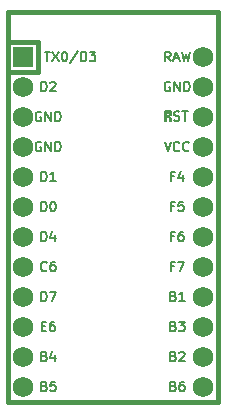
<source format=gbr>
%TF.GenerationSoftware,KiCad,Pcbnew,(6.0.6)*%
%TF.CreationDate,2022-07-16T11:18:18+07:00*%
%TF.ProjectId,pocket,706f636b-6574-42e6-9b69-6361645f7063,rev?*%
%TF.SameCoordinates,Original*%
%TF.FileFunction,Legend,Top*%
%TF.FilePolarity,Positive*%
%FSLAX46Y46*%
G04 Gerber Fmt 4.6, Leading zero omitted, Abs format (unit mm)*
G04 Created by KiCad (PCBNEW (6.0.6)) date 2022-07-16 11:18:18*
%MOMM*%
%LPD*%
G01*
G04 APERTURE LIST*
%ADD10C,0.150000*%
%ADD11C,0.381000*%
%ADD12R,1.752600X1.752600*%
%ADD13C,1.752600*%
G04 APERTURE END LIST*
D10*
%TO.C,U1*%
X77368440Y-84003357D02*
X77482726Y-84041452D01*
X77520821Y-84079547D01*
X77558916Y-84155738D01*
X77558916Y-84270023D01*
X77520821Y-84346214D01*
X77482726Y-84384309D01*
X77406535Y-84422404D01*
X77101773Y-84422404D01*
X77101773Y-83622404D01*
X77368440Y-83622404D01*
X77444630Y-83660500D01*
X77482726Y-83698595D01*
X77520821Y-83774785D01*
X77520821Y-83850976D01*
X77482726Y-83927166D01*
X77444630Y-83965261D01*
X77368440Y-84003357D01*
X77101773Y-84003357D01*
X77863678Y-83698595D02*
X77901773Y-83660500D01*
X77977964Y-83622404D01*
X78168440Y-83622404D01*
X78244630Y-83660500D01*
X78282726Y-83698595D01*
X78320821Y-83774785D01*
X78320821Y-83850976D01*
X78282726Y-83965261D01*
X77825583Y-84422404D01*
X78320821Y-84422404D01*
X77425583Y-76383357D02*
X77158916Y-76383357D01*
X77158916Y-76802404D02*
X77158916Y-76002404D01*
X77539869Y-76002404D01*
X77768440Y-76002404D02*
X78301773Y-76002404D01*
X77958916Y-76802404D01*
X77425583Y-73843357D02*
X77158916Y-73843357D01*
X77158916Y-74262404D02*
X77158916Y-73462404D01*
X77539869Y-73462404D01*
X78187488Y-73462404D02*
X78035107Y-73462404D01*
X77958916Y-73500500D01*
X77920821Y-73538595D01*
X77844630Y-73652880D01*
X77806535Y-73805261D01*
X77806535Y-74110023D01*
X77844630Y-74186214D01*
X77882726Y-74224309D01*
X77958916Y-74262404D01*
X78111297Y-74262404D01*
X78187488Y-74224309D01*
X78225583Y-74186214D01*
X78263678Y-74110023D01*
X78263678Y-73919547D01*
X78225583Y-73843357D01*
X78187488Y-73805261D01*
X78111297Y-73767166D01*
X77958916Y-73767166D01*
X77882726Y-73805261D01*
X77844630Y-73843357D01*
X77806535Y-73919547D01*
X77425583Y-71303357D02*
X77158916Y-71303357D01*
X77158916Y-71722404D02*
X77158916Y-70922404D01*
X77539869Y-70922404D01*
X78225583Y-70922404D02*
X77844630Y-70922404D01*
X77806535Y-71303357D01*
X77844630Y-71265261D01*
X77920821Y-71227166D01*
X78111297Y-71227166D01*
X78187488Y-71265261D01*
X78225583Y-71303357D01*
X78263678Y-71379547D01*
X78263678Y-71570023D01*
X78225583Y-71646214D01*
X78187488Y-71684309D01*
X78111297Y-71722404D01*
X77920821Y-71722404D01*
X77844630Y-71684309D01*
X77806535Y-71646214D01*
X77139869Y-59022404D02*
X76873202Y-58641452D01*
X76682726Y-59022404D02*
X76682726Y-58222404D01*
X76987488Y-58222404D01*
X77063678Y-58260500D01*
X77101773Y-58298595D01*
X77139869Y-58374785D01*
X77139869Y-58489071D01*
X77101773Y-58565261D01*
X77063678Y-58603357D01*
X76987488Y-58641452D01*
X76682726Y-58641452D01*
X77444630Y-58793833D02*
X77825583Y-58793833D01*
X77368440Y-59022404D02*
X77635107Y-58222404D01*
X77901773Y-59022404D01*
X78092250Y-58222404D02*
X78282726Y-59022404D01*
X78435107Y-58450976D01*
X78587488Y-59022404D01*
X78777964Y-58222404D01*
X77082726Y-60800500D02*
X77006535Y-60762404D01*
X76892250Y-60762404D01*
X76777964Y-60800500D01*
X76701773Y-60876690D01*
X76663678Y-60952880D01*
X76625583Y-61105261D01*
X76625583Y-61219547D01*
X76663678Y-61371928D01*
X76701773Y-61448119D01*
X76777964Y-61524309D01*
X76892250Y-61562404D01*
X76968440Y-61562404D01*
X77082726Y-61524309D01*
X77120821Y-61486214D01*
X77120821Y-61219547D01*
X76968440Y-61219547D01*
X77463678Y-61562404D02*
X77463678Y-60762404D01*
X77920821Y-61562404D01*
X77920821Y-60762404D01*
X78301773Y-61562404D02*
X78301773Y-60762404D01*
X78492250Y-60762404D01*
X78606535Y-60800500D01*
X78682726Y-60876690D01*
X78720821Y-60952880D01*
X78758916Y-61105261D01*
X78758916Y-61219547D01*
X78720821Y-61371928D01*
X78682726Y-61448119D01*
X78606535Y-61524309D01*
X78492250Y-61562404D01*
X78301773Y-61562404D01*
X77431036Y-64034309D02*
X77545322Y-64072404D01*
X77735798Y-64072404D01*
X77811989Y-64034309D01*
X77850084Y-63996214D01*
X77888179Y-63920023D01*
X77888179Y-63843833D01*
X77850084Y-63767642D01*
X77811989Y-63729547D01*
X77735798Y-63691452D01*
X77583417Y-63653357D01*
X77507227Y-63615261D01*
X77469131Y-63577166D01*
X77431036Y-63500976D01*
X77431036Y-63424785D01*
X77469131Y-63348595D01*
X77507227Y-63310500D01*
X77583417Y-63272404D01*
X77773893Y-63272404D01*
X77888179Y-63310500D01*
X78116750Y-63272404D02*
X78573893Y-63272404D01*
X78345322Y-64072404D02*
X78345322Y-63272404D01*
X76625583Y-65842404D02*
X76892250Y-66642404D01*
X77158916Y-65842404D01*
X77882726Y-66566214D02*
X77844630Y-66604309D01*
X77730345Y-66642404D01*
X77654154Y-66642404D01*
X77539869Y-66604309D01*
X77463678Y-66528119D01*
X77425583Y-66451928D01*
X77387488Y-66299547D01*
X77387488Y-66185261D01*
X77425583Y-66032880D01*
X77463678Y-65956690D01*
X77539869Y-65880500D01*
X77654154Y-65842404D01*
X77730345Y-65842404D01*
X77844630Y-65880500D01*
X77882726Y-65918595D01*
X78682726Y-66566214D02*
X78644630Y-66604309D01*
X78530345Y-66642404D01*
X78454154Y-66642404D01*
X78339869Y-66604309D01*
X78263678Y-66528119D01*
X78225583Y-66451928D01*
X78187488Y-66299547D01*
X78187488Y-66185261D01*
X78225583Y-66032880D01*
X78263678Y-65956690D01*
X78339869Y-65880500D01*
X78454154Y-65842404D01*
X78530345Y-65842404D01*
X78644630Y-65880500D01*
X78682726Y-65918595D01*
X77425583Y-68763357D02*
X77158916Y-68763357D01*
X77158916Y-69182404D02*
X77158916Y-68382404D01*
X77539869Y-68382404D01*
X78187488Y-68649071D02*
X78187488Y-69182404D01*
X77997011Y-68344309D02*
X77806535Y-68915738D01*
X78301773Y-68915738D01*
X77368440Y-78923357D02*
X77482726Y-78961452D01*
X77520821Y-78999547D01*
X77558916Y-79075738D01*
X77558916Y-79190023D01*
X77520821Y-79266214D01*
X77482726Y-79304309D01*
X77406535Y-79342404D01*
X77101773Y-79342404D01*
X77101773Y-78542404D01*
X77368440Y-78542404D01*
X77444630Y-78580500D01*
X77482726Y-78618595D01*
X77520821Y-78694785D01*
X77520821Y-78770976D01*
X77482726Y-78847166D01*
X77444630Y-78885261D01*
X77368440Y-78923357D01*
X77101773Y-78923357D01*
X78320821Y-79342404D02*
X77863678Y-79342404D01*
X78092250Y-79342404D02*
X78092250Y-78542404D01*
X78016059Y-78656690D01*
X77939869Y-78732880D01*
X77863678Y-78770976D01*
X77368440Y-81463357D02*
X77482726Y-81501452D01*
X77520821Y-81539547D01*
X77558916Y-81615738D01*
X77558916Y-81730023D01*
X77520821Y-81806214D01*
X77482726Y-81844309D01*
X77406535Y-81882404D01*
X77101773Y-81882404D01*
X77101773Y-81082404D01*
X77368440Y-81082404D01*
X77444630Y-81120500D01*
X77482726Y-81158595D01*
X77520821Y-81234785D01*
X77520821Y-81310976D01*
X77482726Y-81387166D01*
X77444630Y-81425261D01*
X77368440Y-81463357D01*
X77101773Y-81463357D01*
X77825583Y-81082404D02*
X78320821Y-81082404D01*
X78054154Y-81387166D01*
X78168440Y-81387166D01*
X78244630Y-81425261D01*
X78282726Y-81463357D01*
X78320821Y-81539547D01*
X78320821Y-81730023D01*
X78282726Y-81806214D01*
X78244630Y-81844309D01*
X78168440Y-81882404D01*
X77939869Y-81882404D01*
X77863678Y-81844309D01*
X77825583Y-81806214D01*
X77368440Y-86543357D02*
X77482726Y-86581452D01*
X77520821Y-86619547D01*
X77558916Y-86695738D01*
X77558916Y-86810023D01*
X77520821Y-86886214D01*
X77482726Y-86924309D01*
X77406535Y-86962404D01*
X77101773Y-86962404D01*
X77101773Y-86162404D01*
X77368440Y-86162404D01*
X77444630Y-86200500D01*
X77482726Y-86238595D01*
X77520821Y-86314785D01*
X77520821Y-86390976D01*
X77482726Y-86467166D01*
X77444630Y-86505261D01*
X77368440Y-86543357D01*
X77101773Y-86543357D01*
X78244630Y-86162404D02*
X78092250Y-86162404D01*
X78016059Y-86200500D01*
X77977964Y-86238595D01*
X77901773Y-86352880D01*
X77863678Y-86505261D01*
X77863678Y-86810023D01*
X77901773Y-86886214D01*
X77939869Y-86924309D01*
X78016059Y-86962404D01*
X78168440Y-86962404D01*
X78244630Y-86924309D01*
X78282726Y-86886214D01*
X78320821Y-86810023D01*
X78320821Y-86619547D01*
X78282726Y-86543357D01*
X78244630Y-86505261D01*
X78168440Y-86467166D01*
X78016059Y-86467166D01*
X77939869Y-86505261D01*
X77901773Y-86543357D01*
X77863678Y-86619547D01*
X66446440Y-86543357D02*
X66560726Y-86581452D01*
X66598821Y-86619547D01*
X66636916Y-86695738D01*
X66636916Y-86810023D01*
X66598821Y-86886214D01*
X66560726Y-86924309D01*
X66484535Y-86962404D01*
X66179773Y-86962404D01*
X66179773Y-86162404D01*
X66446440Y-86162404D01*
X66522630Y-86200500D01*
X66560726Y-86238595D01*
X66598821Y-86314785D01*
X66598821Y-86390976D01*
X66560726Y-86467166D01*
X66522630Y-86505261D01*
X66446440Y-86543357D01*
X66179773Y-86543357D01*
X67360726Y-86162404D02*
X66979773Y-86162404D01*
X66941678Y-86543357D01*
X66979773Y-86505261D01*
X67055964Y-86467166D01*
X67246440Y-86467166D01*
X67322630Y-86505261D01*
X67360726Y-86543357D01*
X67398821Y-86619547D01*
X67398821Y-86810023D01*
X67360726Y-86886214D01*
X67322630Y-86924309D01*
X67246440Y-86962404D01*
X67055964Y-86962404D01*
X66979773Y-86924309D01*
X66941678Y-86886214D01*
X66446440Y-84003357D02*
X66560726Y-84041452D01*
X66598821Y-84079547D01*
X66636916Y-84155738D01*
X66636916Y-84270023D01*
X66598821Y-84346214D01*
X66560726Y-84384309D01*
X66484535Y-84422404D01*
X66179773Y-84422404D01*
X66179773Y-83622404D01*
X66446440Y-83622404D01*
X66522630Y-83660500D01*
X66560726Y-83698595D01*
X66598821Y-83774785D01*
X66598821Y-83850976D01*
X66560726Y-83927166D01*
X66522630Y-83965261D01*
X66446440Y-84003357D01*
X66179773Y-84003357D01*
X67322630Y-83889071D02*
X67322630Y-84422404D01*
X67132154Y-83584309D02*
X66941678Y-84155738D01*
X67436916Y-84155738D01*
X66217869Y-81463357D02*
X66484535Y-81463357D01*
X66598821Y-81882404D02*
X66217869Y-81882404D01*
X66217869Y-81082404D01*
X66598821Y-81082404D01*
X67284535Y-81082404D02*
X67132154Y-81082404D01*
X67055964Y-81120500D01*
X67017869Y-81158595D01*
X66941678Y-81272880D01*
X66903583Y-81425261D01*
X66903583Y-81730023D01*
X66941678Y-81806214D01*
X66979773Y-81844309D01*
X67055964Y-81882404D01*
X67208345Y-81882404D01*
X67284535Y-81844309D01*
X67322630Y-81806214D01*
X67360726Y-81730023D01*
X67360726Y-81539547D01*
X67322630Y-81463357D01*
X67284535Y-81425261D01*
X67208345Y-81387166D01*
X67055964Y-81387166D01*
X66979773Y-81425261D01*
X66941678Y-81463357D01*
X66903583Y-81539547D01*
X66179773Y-79342404D02*
X66179773Y-78542404D01*
X66370250Y-78542404D01*
X66484535Y-78580500D01*
X66560726Y-78656690D01*
X66598821Y-78732880D01*
X66636916Y-78885261D01*
X66636916Y-78999547D01*
X66598821Y-79151928D01*
X66560726Y-79228119D01*
X66484535Y-79304309D01*
X66370250Y-79342404D01*
X66179773Y-79342404D01*
X66903583Y-78542404D02*
X67436916Y-78542404D01*
X67094059Y-79342404D01*
X66636916Y-76726214D02*
X66598821Y-76764309D01*
X66484535Y-76802404D01*
X66408345Y-76802404D01*
X66294059Y-76764309D01*
X66217869Y-76688119D01*
X66179773Y-76611928D01*
X66141678Y-76459547D01*
X66141678Y-76345261D01*
X66179773Y-76192880D01*
X66217869Y-76116690D01*
X66294059Y-76040500D01*
X66408345Y-76002404D01*
X66484535Y-76002404D01*
X66598821Y-76040500D01*
X66636916Y-76078595D01*
X67322630Y-76002404D02*
X67170250Y-76002404D01*
X67094059Y-76040500D01*
X67055964Y-76078595D01*
X66979773Y-76192880D01*
X66941678Y-76345261D01*
X66941678Y-76650023D01*
X66979773Y-76726214D01*
X67017869Y-76764309D01*
X67094059Y-76802404D01*
X67246440Y-76802404D01*
X67322630Y-76764309D01*
X67360726Y-76726214D01*
X67398821Y-76650023D01*
X67398821Y-76459547D01*
X67360726Y-76383357D01*
X67322630Y-76345261D01*
X67246440Y-76307166D01*
X67094059Y-76307166D01*
X67017869Y-76345261D01*
X66979773Y-76383357D01*
X66941678Y-76459547D01*
X66179773Y-74262404D02*
X66179773Y-73462404D01*
X66370250Y-73462404D01*
X66484535Y-73500500D01*
X66560726Y-73576690D01*
X66598821Y-73652880D01*
X66636916Y-73805261D01*
X66636916Y-73919547D01*
X66598821Y-74071928D01*
X66560726Y-74148119D01*
X66484535Y-74224309D01*
X66370250Y-74262404D01*
X66179773Y-74262404D01*
X67322630Y-73729071D02*
X67322630Y-74262404D01*
X67132154Y-73424309D02*
X66941678Y-73995738D01*
X67436916Y-73995738D01*
X66160726Y-63340500D02*
X66084535Y-63302404D01*
X65970250Y-63302404D01*
X65855964Y-63340500D01*
X65779773Y-63416690D01*
X65741678Y-63492880D01*
X65703583Y-63645261D01*
X65703583Y-63759547D01*
X65741678Y-63911928D01*
X65779773Y-63988119D01*
X65855964Y-64064309D01*
X65970250Y-64102404D01*
X66046440Y-64102404D01*
X66160726Y-64064309D01*
X66198821Y-64026214D01*
X66198821Y-63759547D01*
X66046440Y-63759547D01*
X66541678Y-64102404D02*
X66541678Y-63302404D01*
X66998821Y-64102404D01*
X66998821Y-63302404D01*
X67379773Y-64102404D02*
X67379773Y-63302404D01*
X67570250Y-63302404D01*
X67684535Y-63340500D01*
X67760726Y-63416690D01*
X67798821Y-63492880D01*
X67836916Y-63645261D01*
X67836916Y-63759547D01*
X67798821Y-63911928D01*
X67760726Y-63988119D01*
X67684535Y-64064309D01*
X67570250Y-64102404D01*
X67379773Y-64102404D01*
X66160726Y-65880500D02*
X66084535Y-65842404D01*
X65970250Y-65842404D01*
X65855964Y-65880500D01*
X65779773Y-65956690D01*
X65741678Y-66032880D01*
X65703583Y-66185261D01*
X65703583Y-66299547D01*
X65741678Y-66451928D01*
X65779773Y-66528119D01*
X65855964Y-66604309D01*
X65970250Y-66642404D01*
X66046440Y-66642404D01*
X66160726Y-66604309D01*
X66198821Y-66566214D01*
X66198821Y-66299547D01*
X66046440Y-66299547D01*
X66541678Y-66642404D02*
X66541678Y-65842404D01*
X66998821Y-66642404D01*
X66998821Y-65842404D01*
X67379773Y-66642404D02*
X67379773Y-65842404D01*
X67570250Y-65842404D01*
X67684535Y-65880500D01*
X67760726Y-65956690D01*
X67798821Y-66032880D01*
X67836916Y-66185261D01*
X67836916Y-66299547D01*
X67798821Y-66451928D01*
X67760726Y-66528119D01*
X67684535Y-66604309D01*
X67570250Y-66642404D01*
X67379773Y-66642404D01*
X66179773Y-69182404D02*
X66179773Y-68382404D01*
X66370250Y-68382404D01*
X66484535Y-68420500D01*
X66560726Y-68496690D01*
X66598821Y-68572880D01*
X66636916Y-68725261D01*
X66636916Y-68839547D01*
X66598821Y-68991928D01*
X66560726Y-69068119D01*
X66484535Y-69144309D01*
X66370250Y-69182404D01*
X66179773Y-69182404D01*
X67398821Y-69182404D02*
X66941678Y-69182404D01*
X67170250Y-69182404D02*
X67170250Y-68382404D01*
X67094059Y-68496690D01*
X67017869Y-68572880D01*
X66941678Y-68610976D01*
X66179773Y-71722404D02*
X66179773Y-70922404D01*
X66370250Y-70922404D01*
X66484535Y-70960500D01*
X66560726Y-71036690D01*
X66598821Y-71112880D01*
X66636916Y-71265261D01*
X66636916Y-71379547D01*
X66598821Y-71531928D01*
X66560726Y-71608119D01*
X66484535Y-71684309D01*
X66370250Y-71722404D01*
X66179773Y-71722404D01*
X67132154Y-70922404D02*
X67208345Y-70922404D01*
X67284535Y-70960500D01*
X67322630Y-70998595D01*
X67360726Y-71074785D01*
X67398821Y-71227166D01*
X67398821Y-71417642D01*
X67360726Y-71570023D01*
X67322630Y-71646214D01*
X67284535Y-71684309D01*
X67208345Y-71722404D01*
X67132154Y-71722404D01*
X67055964Y-71684309D01*
X67017869Y-71646214D01*
X66979773Y-71570023D01*
X66941678Y-71417642D01*
X66941678Y-71227166D01*
X66979773Y-71074785D01*
X67017869Y-70998595D01*
X67055964Y-70960500D01*
X67132154Y-70922404D01*
X66179773Y-61562404D02*
X66179773Y-60762404D01*
X66370250Y-60762404D01*
X66484535Y-60800500D01*
X66560726Y-60876690D01*
X66598821Y-60952880D01*
X66636916Y-61105261D01*
X66636916Y-61219547D01*
X66598821Y-61371928D01*
X66560726Y-61448119D01*
X66484535Y-61524309D01*
X66370250Y-61562404D01*
X66179773Y-61562404D01*
X66941678Y-60838595D02*
X66979773Y-60800500D01*
X67055964Y-60762404D01*
X67246440Y-60762404D01*
X67322630Y-60800500D01*
X67360726Y-60838595D01*
X67398821Y-60914785D01*
X67398821Y-60990976D01*
X67360726Y-61105261D01*
X66903583Y-61562404D01*
X67398821Y-61562404D01*
X66468901Y-58222404D02*
X66926044Y-58222404D01*
X66697473Y-59022404D02*
X66697473Y-58222404D01*
X67116520Y-58222404D02*
X67649854Y-59022404D01*
X67649854Y-58222404D02*
X67116520Y-59022404D01*
X68106997Y-58222404D02*
X68183187Y-58222404D01*
X68259378Y-58260500D01*
X68297473Y-58298595D01*
X68335568Y-58374785D01*
X68373663Y-58527166D01*
X68373663Y-58717642D01*
X68335568Y-58870023D01*
X68297473Y-58946214D01*
X68259378Y-58984309D01*
X68183187Y-59022404D01*
X68106997Y-59022404D01*
X68030806Y-58984309D01*
X67992711Y-58946214D01*
X67954616Y-58870023D01*
X67916520Y-58717642D01*
X67916520Y-58527166D01*
X67954616Y-58374785D01*
X67992711Y-58298595D01*
X68030806Y-58260500D01*
X68106997Y-58222404D01*
X69287949Y-58184309D02*
X68602235Y-59212880D01*
X69554616Y-59022404D02*
X69554616Y-58222404D01*
X69745092Y-58222404D01*
X69859378Y-58260500D01*
X69935568Y-58336690D01*
X69973663Y-58412880D01*
X70011758Y-58565261D01*
X70011758Y-58679547D01*
X69973663Y-58831928D01*
X69935568Y-58908119D01*
X69859378Y-58984309D01*
X69745092Y-59022404D01*
X69554616Y-59022404D01*
X70278425Y-58222404D02*
X70773663Y-58222404D01*
X70506997Y-58527166D01*
X70621282Y-58527166D01*
X70697473Y-58565261D01*
X70735568Y-58603357D01*
X70773663Y-58679547D01*
X70773663Y-58870023D01*
X70735568Y-58946214D01*
X70697473Y-58984309D01*
X70621282Y-59022404D01*
X70392711Y-59022404D01*
X70316520Y-58984309D01*
X70278425Y-58946214D01*
D11*
X63341250Y-57390500D02*
X63341250Y-87870500D01*
X63341250Y-87870500D02*
X81121250Y-87870500D01*
X81121250Y-87870500D02*
X81121250Y-57390500D01*
X65881250Y-57390500D02*
X65881250Y-59930500D01*
X65881250Y-59930500D02*
X63341250Y-59930500D01*
G36*
X77162818Y-63569860D02*
G01*
X77062818Y-63569860D01*
X77062818Y-63269860D01*
X77162818Y-63269860D01*
X77162818Y-63569860D01*
G37*
D10*
X77162818Y-63569860D02*
X77062818Y-63569860D01*
X77062818Y-63269860D01*
X77162818Y-63269860D01*
X77162818Y-63569860D01*
G36*
X76962818Y-63769860D02*
G01*
X76862818Y-63769860D01*
X76862818Y-63669860D01*
X76962818Y-63669860D01*
X76962818Y-63769860D01*
G37*
X76962818Y-63769860D02*
X76862818Y-63769860D01*
X76862818Y-63669860D01*
X76962818Y-63669860D01*
X76962818Y-63769860D01*
G36*
X77162818Y-63369860D02*
G01*
X76662818Y-63369860D01*
X76662818Y-63269860D01*
X77162818Y-63269860D01*
X77162818Y-63369860D01*
G37*
X77162818Y-63369860D02*
X76662818Y-63369860D01*
X76662818Y-63269860D01*
X77162818Y-63269860D01*
X77162818Y-63369860D01*
G36*
X76762818Y-64069860D02*
G01*
X76662818Y-64069860D01*
X76662818Y-63269860D01*
X76762818Y-63269860D01*
X76762818Y-64069860D01*
G37*
X76762818Y-64069860D02*
X76662818Y-64069860D01*
X76662818Y-63269860D01*
X76762818Y-63269860D01*
X76762818Y-64069860D01*
G36*
X77162818Y-64069860D02*
G01*
X77062818Y-64069860D01*
X77062818Y-63869860D01*
X77162818Y-63869860D01*
X77162818Y-64069860D01*
G37*
X77162818Y-64069860D02*
X77062818Y-64069860D01*
X77062818Y-63869860D01*
X77162818Y-63869860D01*
X77162818Y-64069860D01*
D11*
X81121250Y-57390500D02*
X81121250Y-54850500D01*
X81121250Y-54850500D02*
X63341250Y-54850500D01*
X63341250Y-54850500D02*
X63341250Y-57390500D01*
X65881250Y-57390500D02*
X63341250Y-57390500D01*
%TD*%
D12*
%TO.C,U1*%
X64611250Y-58660500D03*
D13*
X64611250Y-61200500D03*
X64611250Y-63740500D03*
X64611250Y-66280500D03*
X64611250Y-68820500D03*
X64611250Y-71360500D03*
X64611250Y-73900500D03*
X64611250Y-76440500D03*
X64611250Y-78980500D03*
X64611250Y-81520500D03*
X64611250Y-84060500D03*
X79851250Y-86600500D03*
X79851250Y-84060500D03*
X79851250Y-81520500D03*
X79851250Y-78980500D03*
X79851250Y-76440500D03*
X79851250Y-73900500D03*
X79851250Y-71360500D03*
X79851250Y-68820500D03*
X79851250Y-66280500D03*
X79851250Y-63740500D03*
X79851250Y-61200500D03*
X64611250Y-86600500D03*
X79851250Y-58660500D03*
%TD*%
M02*

</source>
